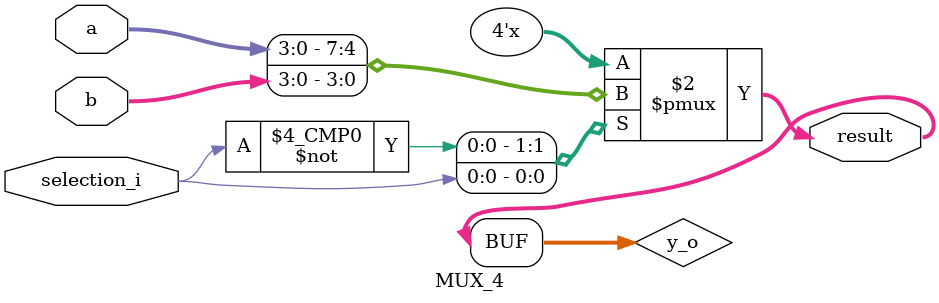
<source format=sv>
module MUX_4 #(parameter N=4) (
	input [N-1:0] a, b, 
	input  selection_i, 
	output [N-1:0] result);
	
	logic [N-1:0] y_o;
	always_comb
	case(selection_i)
		2'b0000:   y_o = a ;
		2'b0001:   y_o = b ;
		
		
		default: y_o = 4'bz;
	endcase
	
	assign result = y_o;
	 
endmodule

</source>
